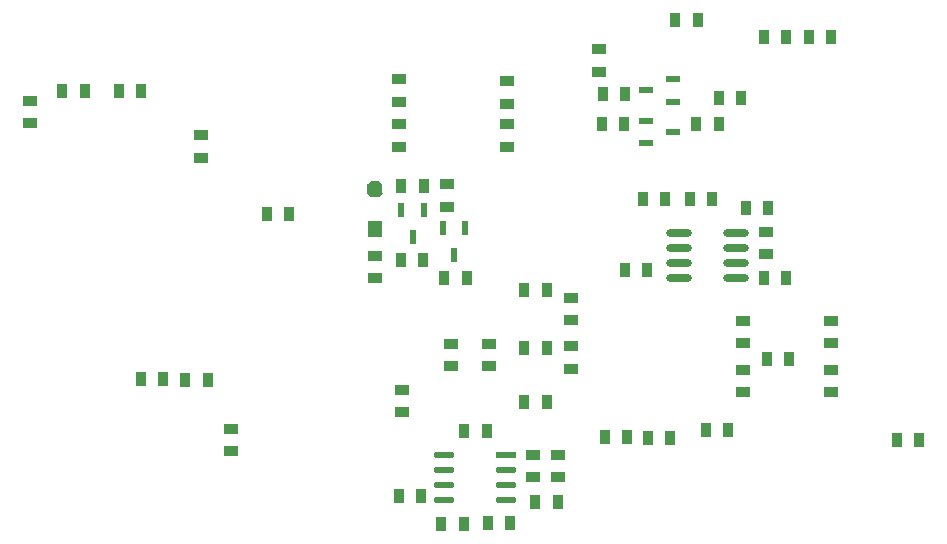
<source format=gbp>
G04*
G04 #@! TF.GenerationSoftware,Altium Limited,Altium Designer,23.3.1 (30)*
G04*
G04 Layer_Color=128*
%FSLAX25Y25*%
%MOIN*%
G70*
G04*
G04 #@! TF.SameCoordinates,0926E253-2B7E-4DA0-91A0-339D2320E812*
G04*
G04*
G04 #@! TF.FilePolarity,Positive*
G04*
G01*
G75*
%ADD27R,0.05000X0.03500*%
G04:AMPARAMS|DCode=28|XSize=55mil|YSize=50mil|CornerRadius=0mil|HoleSize=0mil|Usage=FLASHONLY|Rotation=90.000|XOffset=0mil|YOffset=0mil|HoleType=Round|Shape=Octagon|*
%AMOCTAGOND28*
4,1,8,0.01250,0.02750,-0.01250,0.02750,-0.02500,0.01500,-0.02500,-0.01500,-0.01250,-0.02750,0.01250,-0.02750,0.02500,-0.01500,0.02500,0.01500,0.01250,0.02750,0.0*
%
%ADD28OCTAGOND28*%

%ADD29R,0.05000X0.05500*%
%ADD30R,0.01968X0.04724*%
%ADD90R,0.03500X0.05000*%
%ADD91O,0.08661X0.02362*%
%ADD92R,0.04724X0.01968*%
%ADD93O,0.07087X0.02165*%
%ADD94R,0.07087X0.02165*%
D27*
X290051Y330080D02*
D03*
X290051Y322600D02*
D03*
X412705Y284649D02*
D03*
Y292130D02*
D03*
X442007Y292130D02*
D03*
Y284650D02*
D03*
X442007Y308464D02*
D03*
X442007Y300984D02*
D03*
X420120Y338185D02*
D03*
X420120Y330705D02*
D03*
X364738Y391548D02*
D03*
X364738Y399029D02*
D03*
X355285Y308687D02*
D03*
Y316168D02*
D03*
Y292460D02*
D03*
Y299940D02*
D03*
X351014Y263736D02*
D03*
X351014Y256255D02*
D03*
X342656Y256278D02*
D03*
X342656Y263759D02*
D03*
X333798Y388318D02*
D03*
Y380838D02*
D03*
X333903Y366467D02*
D03*
Y373947D02*
D03*
X327969Y300752D02*
D03*
X327969Y293272D02*
D03*
X315391Y300752D02*
D03*
X315391Y293272D02*
D03*
X298885Y277959D02*
D03*
Y285440D02*
D03*
X314012Y346553D02*
D03*
X314012Y354033D02*
D03*
X298000Y366500D02*
D03*
X298000Y373980D02*
D03*
X297789Y388974D02*
D03*
Y381494D02*
D03*
X232074Y362780D02*
D03*
Y370260D02*
D03*
X174928Y374363D02*
D03*
Y381843D02*
D03*
X241933Y272532D02*
D03*
X241933Y265052D02*
D03*
X412705Y308464D02*
D03*
X412705Y300984D02*
D03*
D28*
X290051Y352435D02*
D03*
D29*
Y338935D02*
D03*
D30*
X302473Y336302D02*
D03*
X306213Y345302D02*
D03*
X298733D02*
D03*
X316235Y330552D02*
D03*
X319976Y339552D02*
D03*
X312495Y339552D02*
D03*
D90*
X400259Y272000D02*
D03*
X407740Y272000D02*
D03*
X305231Y250029D02*
D03*
X297750Y250029D02*
D03*
X471257Y268903D02*
D03*
X463777Y268903D02*
D03*
X420414Y295802D02*
D03*
X427895Y295802D02*
D03*
X426949Y322796D02*
D03*
X419468Y322796D02*
D03*
X420894Y345948D02*
D03*
X413413D02*
D03*
X394860Y349000D02*
D03*
X402340D02*
D03*
X379260Y349000D02*
D03*
X386740Y349000D02*
D03*
X419473Y403167D02*
D03*
X426954Y403167D02*
D03*
X434456Y403200D02*
D03*
X441937D02*
D03*
X390013Y408660D02*
D03*
X397493D02*
D03*
X411908Y382772D02*
D03*
X404428Y382772D02*
D03*
X404445Y374095D02*
D03*
X396965D02*
D03*
X373027Y374095D02*
D03*
X365547Y374095D02*
D03*
X373303Y384089D02*
D03*
X365823D02*
D03*
X373259Y325500D02*
D03*
X380740Y325500D02*
D03*
X339738Y318588D02*
D03*
X347218D02*
D03*
X347118Y299520D02*
D03*
X339638D02*
D03*
X339738Y281322D02*
D03*
X347218Y281322D02*
D03*
X343397Y247924D02*
D03*
X350877Y247924D02*
D03*
X335000Y241000D02*
D03*
X327520D02*
D03*
X311966Y240904D02*
D03*
X319446D02*
D03*
X327147Y271885D02*
D03*
X319666D02*
D03*
X320544Y322843D02*
D03*
X313064D02*
D03*
X298572Y328634D02*
D03*
X306052Y328634D02*
D03*
X298600Y353456D02*
D03*
X306080D02*
D03*
X234173Y288820D02*
D03*
X226693D02*
D03*
X211829Y288935D02*
D03*
X219310D02*
D03*
X204454Y385234D02*
D03*
X211934D02*
D03*
X185644Y385234D02*
D03*
X193124Y385234D02*
D03*
X261300Y344098D02*
D03*
X253820Y344098D02*
D03*
X380854Y269517D02*
D03*
X388334Y269517D02*
D03*
X366499Y269815D02*
D03*
X373979D02*
D03*
D91*
X391256Y322747D02*
D03*
Y327747D02*
D03*
Y332747D02*
D03*
Y337747D02*
D03*
X410154Y322747D02*
D03*
Y327747D02*
D03*
Y332747D02*
D03*
Y337747D02*
D03*
D92*
X389350Y371452D02*
D03*
X380349Y375192D02*
D03*
X380349Y367712D02*
D03*
X380381Y385268D02*
D03*
X389381Y381527D02*
D03*
Y389008D02*
D03*
D93*
X312956Y248791D02*
D03*
Y253791D02*
D03*
Y258791D02*
D03*
Y263791D02*
D03*
X333626Y248791D02*
D03*
Y253791D02*
D03*
Y258791D02*
D03*
D94*
Y263791D02*
D03*
M02*

</source>
